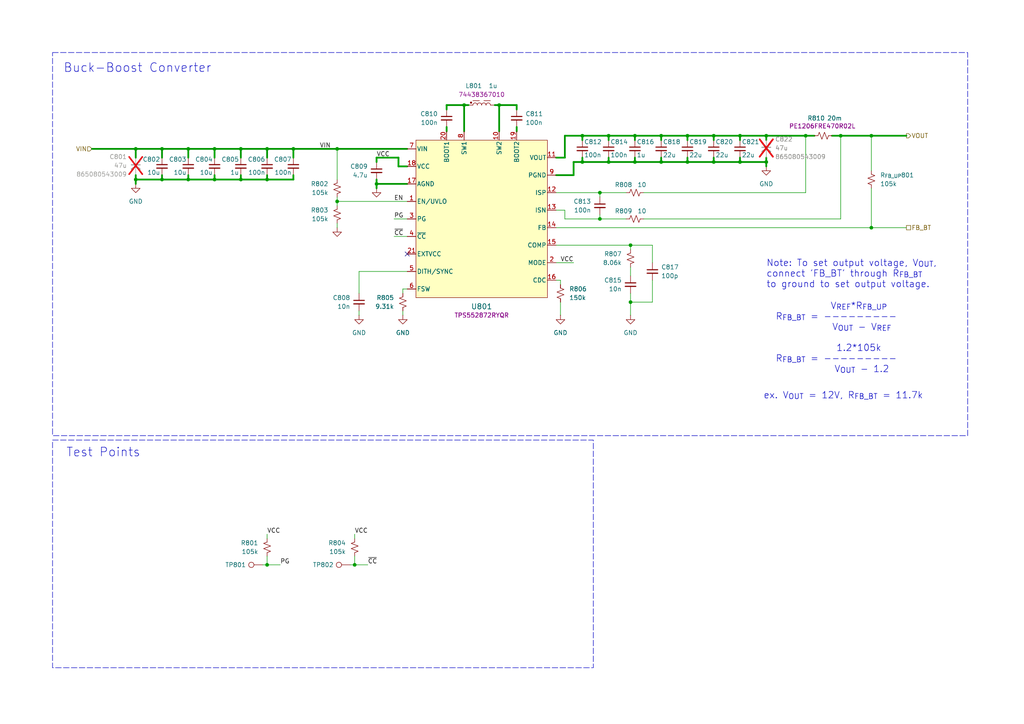
<source format=kicad_sch>
(kicad_sch (version 20250114) (generator "eeschema") (generator_version "9.0")
  (paper "A4")
  (lib_symbols
    (symbol "74438367010:74438367010" (pin_numbers (hide yes)) (pin_names (hide yes))
      (property "Reference" "L" (at 0.762 5.08 0))
      (property "Value" "1u" (at 6.604 5.08 0))
      (property "MPN" "74438367010" (at 3.81 3.048 0))
      (symbol "74438367010_0_1"
        (polyline (pts (xy 1.27 1.27) (xy 3.175 1.27)))
        (arc (start 1.27 0) (mid 1.905 0.635) (end 2.54 0))
        (arc (start 2.54 0) (mid 3.175 0.635) (end 3.81 0))
        (arc (start 3.81 0) (mid 4.445 0.635) (end 5.08 0))
        (arc (start 5.08 0) (mid 5.715 0.635) (end 6.35 0))
        (polyline (pts (xy 6.35 1.27) (xy 4.445 1.27)))
      )
      (symbol "74438367010_1_1"
        (circle (center 0.7386 0.7103) (radius 0.2216) (fill (type outline)))
        (pin passive line (at 0 0 0) (length 1.27) (name "") (number "1"))
        (pin passive line (at 7.62 0 180) (length 1.27) (name "") (number "2"))
      )
    )
    (symbol "865080543009:865080543009" (pin_numbers (hide yes)) (pin_names (hide yes))
      (property "Reference" "C" (at 0.762 4.572 0))
      (property "Value" "47u" (at 4.826 4.572 0))
      (property "MPN" "865080543009" (at 2.54 2.54 0))
      (symbol "865080543009_0_1"
        (arc (start 1.724 1.27) (mid 2.308 0) (end 1.724 -1.27) (stroke (width 0.3)))
        (polyline (pts (xy 2.3348 0) (xy 1.27 0)))
        (polyline (pts (xy 2.994 1.27) (xy 2.994 -1.27)) (stroke (width 0.3)))
        (polyline (pts (xy 3.81 0) (xy 2.9851 0)))
        (polyline (pts (xy 3.9915 -0.741) (xy 3.9915 -1.376)))
        (polyline (pts (xy 4.3096 -1.0452) (xy 3.6746 -1.0452)))
      )
      (symbol "865080543009_1_1"
        (pin passive line (at 0 0 0) (length 1.27) (name "") (number "2"))
        (pin passive line (at 5.08 0 180) (length 1.27) (name "") (number "1"))
      )
    )
    (symbol "Connector:TestPoint" (pin_numbers (hide yes)) (pin_names (offset 0.762) (hide yes))
      (property "Reference" "TP" (at 0 6.858 0))
      (property "Value" "TestPoint" (at 0 5.08 0))
      (symbol "TestPoint_0_1"
        (circle (center 0 3.302) (radius 0.762))
      )
      (symbol "TestPoint_1_1"
        (pin passive line (at 0 0 90) (length 2.54) (name "1") (number "1"))
      )
    )
    (symbol "Device:C_Small" (pin_numbers (hide yes)) (pin_names (offset 0.254) (hide yes))
      (property "Reference" "C" (at 0.254 1.778 0))
      (property "Value" "C_Small" (at 0.254 -2.032 0))
      (symbol "C_Small_0_1"
        (polyline (pts (xy -1.524 0.508) (xy 1.524 0.508)) (stroke (width 0.3048)))
        (polyline (pts (xy -1.524 -0.508) (xy 1.524 -0.508)) (stroke (width 0.3302)))
      )
      (symbol "C_Small_1_1"
        (pin passive line (at 0 2.54 270) (length 2.032) (name "~") (number "1"))
        (pin passive line (at 0 -2.54 90) (length 2.032) (name "~") (number "2"))
      )
    )
    (symbol "Device:R_Small_US" (pin_numbers (hide yes)) (pin_names (offset 0.254) (hide yes))
      (property "Reference" "R" (at 0.762 0.508 0))
      (property "Value" "R_Small_US" (at 0.762 -1.016 0))
      (symbol "R_Small_US_1_1"
        (polyline (pts (xy 0 1.524) (xy 1.016 1.143) (xy 0 0.762) (xy -1.016 0.381) (xy 0 0)))
        (polyline (pts (xy 0 0) (xy 1.016 -0.381) (xy 0 -0.762) (xy -1.016 -1.143) (xy 0 -1.524)))
        (pin passive line (at 0 2.54 270) (length 1.016) (name "~") (number "1"))
        (pin passive line (at 0 -2.54 90) (length 1.016) (name "~") (number "2"))
      )
    )
    (symbol "PE1206FRE470R02L:PE1206FRE470R02L" (pin_numbers (hide yes)) (pin_names (hide yes))
      (property "Reference" "R" (at 2.8575 4.7625 0))
      (property "Value" "20m" (at 3.1115 2.7305 0))
      (property "MPN" "PE1206FRE470R02L" (at 3.1115 -2.3495 0))
      (symbol "PE1206FRE470R02L_1_1"
        (polyline (pts (xy 1.016 0) (xy 1.397 1.016) (xy 1.778 0) (xy 2.159 -1.016) (xy 2.54 0)))
        (polyline (pts (xy 2.54 0) (xy 2.921 1.016) (xy 3.302 0) (xy 3.683 -1.016) (xy 4.064 0)))
        (pin passive line (at 0 0 0) (length 1.016) (name "~") (number "1"))
        (pin passive line (at 5.08 0 180) (length 1.016) (name "~") (number "2"))
      )
    )
    (symbol "TPS552872RYQR:TPS552872RYQR" (pin_names (offset 0.254))
      (property "Reference" "U" (at 21.082 -44.704 0))
      (property "MPN" "TPS552872RYQR" (at 21.336 -46.99 0))
      (symbol "TPS552872RYQR_0_1"
        (rectangle (start 2.54 2.54) (end 40.64 -43.18) (fill (type background)))
      )
      (symbol "TPS552872RYQR_1_1"
        (pin passive line (at 0 0 0) (length 2.54) (name "VIN") (number "7"))
        (pin passive line (at 0 -5.08 0) (length 2.54) (name "VCC") (number "18"))
        (pin passive line (at 0 -10.16 0) (length 2.54) (name "AGND") (number "17"))
        (pin passive line (at 0 -15.24 0) (length 2.54) (name "EN/UVLO") (number "1"))
        (pin passive line (at 0 -20.32 0) (length 2.54) (name "PG") (number "3"))
        (pin passive line (at 0 -25.4 0) (length 2.54) (name "~{CC}") (number "4"))
        (pin passive line (at 0 -30.48 0) (length 2.54) (name "EXTVCC") (number "21"))
        (pin passive line (at 0 -35.56 0) (length 2.54) (name "DITH/SYNC") (number "5"))
        (pin passive line (at 0 -40.64 0) (length 2.54) (name "FSW") (number "6"))
        (pin passive line (at 11.43 5.08 270) (length 2.54) (name "BOOT1") (number "20"))
        (pin passive line (at 16.51 5.08 270) (length 2.54) (name "SW1") (number "8"))
        (pin passive line (at 26.67 5.08 270) (length 2.54) (name "SW2") (number "10"))
        (pin passive line (at 31.75 5.08 270) (length 2.54) (name "BOOT2") (number "19"))
        (pin passive line (at 43.18 -2.54 180) (length 2.54) (name "VOUT") (number "11"))
        (pin passive line (at 43.18 -7.62 180) (length 2.54) (name "PGND") (number "9"))
        (pin passive line (at 43.18 -12.7 180) (length 2.54) (name "ISP") (number "12"))
        (pin passive line (at 43.18 -17.78 180) (length 2.54) (name "ISN") (number "13"))
        (pin passive line (at 43.18 -22.86 180) (length 2.54) (name "FB") (number "14"))
        (pin passive line (at 43.18 -27.94 180) (length 2.54) (name "COMP") (number "15"))
        (pin passive line (at 43.18 -33.02 180) (length 2.54) (name "MODE") (number "2"))
        (pin passive line (at 43.18 -38.1 180) (length 2.54) (name "CDC") (number "16"))
      )
    )
    (symbol "power:GND" (power) (pin_numbers (hide yes)) (pin_names (offset 0) (hide yes))
      (property "Value" "GND" (at 0 -3.81 0))
      (symbol "GND_0_1"
        (polyline (pts (xy 0 0) (xy 0 -1.27) (xy 1.27 -1.27) (xy 0 -2.54) (xy -1.27 -1.27) (xy 0 -1.27)))
      )
      (symbol "GND_1_1"
        (pin power_in line (at 0 0 270) (length 0) (name "~") (number "1"))
      )
    )
  )
  (rectangle (start 15.24 127.635) (end 172.085 193.675) (stroke (width 0) (type dash)))
  (rectangle (start 15.24 15.24) (end 280.67 126.365) (stroke (width 0) (type dash)))
  (text "Test Points" (at 29.972 131.318 0) (effects (font (size 2.54 2.54))))
  (text "Note: To set output voltage, V_{OUT}, \nconnect 'FB_BT' through R_{FB_BT} \nto ground to set output voltage." (at 222.25 79.502 0) (effects (font (size 1.905 1.905)) (justify left)))
  (text "          1.2*105k \nR_{FB_BT} = ---------\n		V_{OUT} - 1.2\n" (at 242.57 104.14 0) (effects (font (size 1.905 1.905))))
  (text "Buck-Boost Converter" (at 39.878 19.812 0) (effects (font (size 2.54 2.54))))
  (text "          V_{REF}*R_{FB_UP} \nR_{FB_BT} = ---------\n		V_{OUT} - V_{REF}\n" (at 242.57 91.948 0) (effects (font (size 1.905 1.905))))
  (text "ex. V_{OUT} = 12V, R_{FB_BT} = 11.7k" (at 244.602 114.808 0) (effects (font (size 1.905 1.905))))
  (junction (at 182.88 87.63))
  (junction (at 173.99 63.5))
  (junction (at 176.53 39.37))
  (junction (at 182.88 71.12))
  (junction (at 102.87 163.83))
  (junction (at 134.62 30.48))
  (junction (at 191.77 39.37))
  (junction (at 77.47 163.83))
  (junction (at 252.73 66.04))
  (junction (at 62.23 43.18))
  (junction (at 199.39 39.37))
  (junction (at 214.63 39.37))
  (junction (at 85.09 43.18))
  (junction (at 168.91 46.99))
  (junction (at 62.23 52.07))
  (junction (at 184.15 46.99))
  (junction (at 207.01 39.37))
  (junction (at 109.22 53.34))
  (junction (at 222.25 39.37))
  (junction (at 39.37 43.18))
  (junction (at 77.47 43.18))
  (junction (at 69.85 52.07))
  (junction (at 39.37 52.07))
  (junction (at 252.73 39.37))
  (junction (at 243.84 39.37))
  (junction (at 46.99 52.07))
  (junction (at 222.25 46.99))
  (junction (at 214.63 46.99))
  (junction (at 77.47 52.07))
  (junction (at 184.15 39.37))
  (junction (at 69.85 43.18))
  (junction (at 97.79 58.42))
  (junction (at 173.99 55.88))
  (junction (at 207.01 46.99))
  (junction (at 199.39 46.99))
  (junction (at 144.78 30.48))
  (junction (at 97.79 43.18))
  (junction (at 233.68 39.37))
  (junction (at 191.77 46.99))
  (junction (at 54.61 43.18))
  (junction (at 176.53 46.99))
  (junction (at 168.91 39.37))
  (junction (at 54.61 52.07))
  (junction (at 46.99 43.18))
  (no_connect (at 118.11 73.66))
  (wire (pts (xy 243.84 39.37) (xy 252.73 39.37)) (stroke (width 0.508)))
  (wire (pts (xy 163.83 63.5) (xy 173.99 63.5)))
  (wire (pts (xy 176.53 45.72) (xy 176.53 46.99)) (stroke (width 0.508)))
  (wire (pts (xy 134.62 30.48) (xy 135.89 30.48)) (stroke (width 0.508)))
  (wire (pts (xy 162.56 81.28) (xy 161.29 81.28)))
  (wire (pts (xy 54.61 43.18) (xy 54.61 45.72)) (stroke (width 0.508)))
  (wire (pts (xy 252.73 54.61) (xy 252.73 66.04)))
  (wire (pts (xy 252.73 39.37) (xy 262.89 39.37)) (stroke (width 0.508)))
  (wire (pts (xy 173.99 55.88) (xy 181.61 55.88)))
  (wire (pts (xy 46.99 43.18) (xy 46.99 45.72)) (stroke (width 0.508)))
  (wire (pts (xy 69.85 43.18) (xy 69.85 45.72)) (stroke (width 0.508)))
  (wire (pts (xy 189.23 76.2) (xy 189.23 71.12)))
  (wire (pts (xy 189.23 81.28) (xy 189.23 87.63)))
  (wire (pts (xy 77.47 52.07) (xy 85.09 52.07)) (stroke (width 0.508)))
  (wire (pts (xy 161.29 60.96) (xy 163.83 60.96)))
  (wire (pts (xy 149.86 36.83) (xy 149.86 38.1)) (stroke (width 0.508)))
  (wire (pts (xy 191.77 45.72) (xy 191.77 46.99)) (stroke (width 0.508)))
  (wire (pts (xy 162.56 87.63) (xy 162.56 91.44)))
  (wire (pts (xy 214.63 39.37) (xy 214.63 40.64)) (stroke (width 0.508)))
  (wire (pts (xy 109.22 45.72) (xy 115.57 45.72)) (stroke (width 0.508)))
  (wire (pts (xy 191.77 39.37) (xy 199.39 39.37)) (stroke (width 0.508)))
  (wire (pts (xy 118.11 78.74) (xy 104.14 78.74)))
  (wire (pts (xy 182.88 85.09) (xy 182.88 87.63)))
  (wire (pts (xy 115.57 45.72) (xy 115.57 48.26)) (stroke (width 0.508)))
  (wire (pts (xy 166.37 46.99) (xy 168.91 46.99)) (stroke (width 0.508)))
  (wire (pts (xy 173.99 63.5) (xy 173.99 62.23)))
  (wire (pts (xy 163.83 45.72) (xy 161.29 45.72)) (stroke (width 0.508)))
  (wire (pts (xy 129.54 36.83) (xy 129.54 38.1)) (stroke (width 0.508)))
  (wire (pts (xy 168.91 39.37) (xy 168.91 40.64)) (stroke (width 0.508)))
  (wire (pts (xy 184.15 39.37) (xy 184.15 40.64)) (stroke (width 0.508)))
  (wire (pts (xy 189.23 87.63) (xy 182.88 87.63)))
  (wire (pts (xy 62.23 43.18) (xy 69.85 43.18)) (stroke (width 0.508)))
  (wire (pts (xy 222.25 39.37) (xy 233.68 39.37)) (stroke (width 0.508)))
  (wire (pts (xy 116.84 90.17) (xy 116.84 91.44)))
  (wire (pts (xy 129.54 30.48) (xy 134.62 30.48)) (stroke (width 0.508)))
  (wire (pts (xy 69.85 52.07) (xy 77.47 52.07)) (stroke (width 0.508)))
  (wire (pts (xy 97.79 57.15) (xy 97.79 58.42)))
  (wire (pts (xy 77.47 161.29) (xy 77.47 163.83)))
  (wire (pts (xy 129.54 31.75) (xy 129.54 30.48)) (stroke (width 0.508)))
  (wire (pts (xy 54.61 43.18) (xy 62.23 43.18)) (stroke (width 0.508)))
  (wire (pts (xy 102.87 161.29) (xy 102.87 163.83)))
  (wire (pts (xy 184.15 39.37) (xy 191.77 39.37)) (stroke (width 0.508)))
  (wire (pts (xy 76.2 163.83) (xy 77.47 163.83)))
  (wire (pts (xy 176.53 39.37) (xy 184.15 39.37)) (stroke (width 0.508)))
  (wire (pts (xy 62.23 50.8) (xy 62.23 52.07)) (stroke (width 0.508)))
  (wire (pts (xy 199.39 39.37) (xy 207.01 39.37)) (stroke (width 0.508)))
  (wire (pts (xy 184.15 46.99) (xy 191.77 46.99)) (stroke (width 0.508)))
  (wire (pts (xy 69.85 50.8) (xy 69.85 52.07)) (stroke (width 0.508)))
  (wire (pts (xy 26.67 43.18) (xy 39.37 43.18)) (stroke (width 0.508)))
  (wire (pts (xy 161.29 55.88) (xy 173.99 55.88)))
  (wire (pts (xy 85.09 43.18) (xy 85.09 45.72)) (stroke (width 0.508)))
  (wire (pts (xy 114.3 63.5) (xy 118.11 63.5)))
  (wire (pts (xy 97.79 59.69) (xy 97.79 58.42)))
  (wire (pts (xy 104.14 90.17) (xy 104.14 91.44)))
  (wire (pts (xy 252.73 66.04) (xy 262.89 66.04)))
  (wire (pts (xy 176.53 46.99) (xy 184.15 46.99)) (stroke (width 0.508)))
  (wire (pts (xy 85.09 43.18) (xy 97.79 43.18)) (stroke (width 0.508)))
  (wire (pts (xy 173.99 55.88) (xy 173.99 57.15)))
  (wire (pts (xy 46.99 52.07) (xy 54.61 52.07)) (stroke (width 0.508)))
  (wire (pts (xy 77.47 163.83) (xy 81.28 163.83)))
  (wire (pts (xy 199.39 39.37) (xy 199.39 40.64)) (stroke (width 0.508)))
  (wire (pts (xy 54.61 52.07) (xy 62.23 52.07)) (stroke (width 0.508)))
  (wire (pts (xy 77.47 154.94) (xy 77.47 156.21)))
  (wire (pts (xy 118.11 83.82) (xy 116.84 83.82)))
  (wire (pts (xy 162.56 82.55) (xy 162.56 81.28)))
  (wire (pts (xy 184.15 45.72) (xy 184.15 46.99)) (stroke (width 0.508)))
  (wire (pts (xy 207.01 39.37) (xy 207.01 40.64)) (stroke (width 0.508)))
  (wire (pts (xy 163.83 39.37) (xy 168.91 39.37)) (stroke (width 0.508)))
  (wire (pts (xy 39.37 50.8) (xy 39.37 52.07)) (stroke (width 0.508)))
  (wire (pts (xy 39.37 52.07) (xy 46.99 52.07)) (stroke (width 0.508)))
  (wire (pts (xy 69.85 43.18) (xy 77.47 43.18)) (stroke (width 0.508)))
  (wire (pts (xy 161.29 66.04) (xy 252.73 66.04)))
  (wire (pts (xy 222.25 39.37) (xy 222.25 40.64)) (stroke (width 0.508)))
  (wire (pts (xy 109.22 53.34) (xy 118.11 53.34)) (stroke (width 0.508)))
  (wire (pts (xy 186.69 63.5) (xy 243.84 63.5)))
  (wire (pts (xy 46.99 50.8) (xy 46.99 52.07)) (stroke (width 0.508)))
  (wire (pts (xy 114.3 68.58) (xy 118.11 68.58)))
  (wire (pts (xy 97.79 64.77) (xy 97.79 66.04)))
  (wire (pts (xy 97.79 43.18) (xy 97.79 52.07)))
  (wire (pts (xy 109.22 45.72) (xy 109.22 46.99)) (stroke (width 0.508)))
  (wire (pts (xy 163.83 39.37) (xy 163.83 45.72)) (stroke (width 0.508)))
  (wire (pts (xy 115.57 48.26) (xy 118.11 48.26)) (stroke (width 0.508)))
  (wire (pts (xy 222.25 46.99) (xy 222.25 45.72)) (stroke (width 0.508)))
  (wire (pts (xy 77.47 43.18) (xy 77.47 45.72)) (stroke (width 0.508)))
  (wire (pts (xy 116.84 83.82) (xy 116.84 85.09)))
  (wire (pts (xy 168.91 45.72) (xy 168.91 46.99)) (stroke (width 0.508)))
  (wire (pts (xy 134.62 38.1) (xy 134.62 30.48)) (stroke (width 0.508)))
  (wire (pts (xy 182.88 71.12) (xy 182.88 72.39)))
  (wire (pts (xy 182.88 87.63) (xy 182.88 91.44)))
  (wire (pts (xy 163.83 60.96) (xy 163.83 63.5)))
  (wire (pts (xy 166.37 46.99) (xy 166.37 50.8)) (stroke (width 0.508)))
  (wire (pts (xy 39.37 52.07) (xy 39.37 53.34)) (stroke (width 0.508)))
  (wire (pts (xy 104.14 78.74) (xy 104.14 85.09)))
  (wire (pts (xy 109.22 53.34) (xy 109.22 54.61)) (stroke (width 0.508)))
  (wire (pts (xy 97.79 43.18) (xy 118.11 43.18)) (stroke (width 0.508)))
  (wire (pts (xy 189.23 71.12) (xy 182.88 71.12)))
  (wire (pts (xy 176.53 39.37) (xy 176.53 40.64)) (stroke (width 0.508)))
  (wire (pts (xy 222.25 46.99) (xy 222.25 48.26)) (stroke (width 0.508)))
  (wire (pts (xy 102.87 163.83) (xy 106.68 163.83)))
  (wire (pts (xy 149.86 30.48) (xy 149.86 31.75)) (stroke (width 0.508)))
  (wire (pts (xy 214.63 46.99) (xy 222.25 46.99)) (stroke (width 0.508)))
  (wire (pts (xy 97.79 58.42) (xy 118.11 58.42)))
  (wire (pts (xy 46.99 43.18) (xy 54.61 43.18)) (stroke (width 0.508)))
  (wire (pts (xy 168.91 46.99) (xy 176.53 46.99)) (stroke (width 0.508)))
  (wire (pts (xy 191.77 46.99) (xy 199.39 46.99)) (stroke (width 0.508)))
  (wire (pts (xy 173.99 63.5) (xy 181.61 63.5)))
  (wire (pts (xy 143.51 30.48) (xy 144.78 30.48)) (stroke (width 0.508)))
  (wire (pts (xy 85.09 52.07) (xy 85.09 50.8)) (stroke (width 0.508)))
  (wire (pts (xy 186.69 55.88) (xy 233.68 55.88)))
  (wire (pts (xy 214.63 45.72) (xy 214.63 46.99)) (stroke (width 0.508)))
  (wire (pts (xy 214.63 39.37) (xy 222.25 39.37)) (stroke (width 0.508)))
  (wire (pts (xy 199.39 46.99) (xy 207.01 46.99)) (stroke (width 0.508)))
  (wire (pts (xy 39.37 43.18) (xy 39.37 45.72)) (stroke (width 0.508)))
  (wire (pts (xy 166.37 50.8) (xy 161.29 50.8)) (stroke (width 0.508)))
  (wire (pts (xy 62.23 43.18) (xy 62.23 45.72)) (stroke (width 0.508)))
  (wire (pts (xy 77.47 43.18) (xy 85.09 43.18)) (stroke (width 0.508)))
  (wire (pts (xy 241.3 39.37) (xy 243.84 39.37)) (stroke (width 0.508)))
  (wire (pts (xy 243.84 39.37) (xy 243.84 63.5)))
  (wire (pts (xy 191.77 39.37) (xy 191.77 40.64)) (stroke (width 0.508)))
  (wire (pts (xy 207.01 39.37) (xy 214.63 39.37)) (stroke (width 0.508)))
  (wire (pts (xy 252.73 39.37) (xy 252.73 49.53)))
  (wire (pts (xy 102.87 154.94) (xy 102.87 156.21)))
  (wire (pts (xy 166.37 76.2) (xy 161.29 76.2)))
  (wire (pts (xy 101.6 163.83) (xy 102.87 163.83)))
  (wire (pts (xy 109.22 53.34) (xy 109.22 52.07)) (stroke (width 0.508)))
  (wire (pts (xy 144.78 30.48) (xy 149.86 30.48)) (stroke (width 0.508)))
  (wire (pts (xy 207.01 46.99) (xy 214.63 46.99)) (stroke (width 0.508)))
  (wire (pts (xy 144.78 30.48) (xy 144.78 38.1)) (stroke (width 0.508)))
  (wire (pts (xy 233.68 55.88) (xy 233.68 39.37)))
  (wire (pts (xy 54.61 50.8) (xy 54.61 52.07)) (stroke (width 0.508)))
  (wire (pts (xy 182.88 77.47) (xy 182.88 80.01)))
  (wire (pts (xy 77.47 50.8) (xy 77.47 52.07)) (stroke (width 0.508)))
  (wire (pts (xy 39.37 43.18) (xy 46.99 43.18)) (stroke (width 0.508)))
  (wire (pts (xy 207.01 45.72) (xy 207.01 46.99)) (stroke (width 0.508)))
  (wire (pts (xy 233.68 39.37) (xy 236.22 39.37)) (stroke (width 0.508)))
  (wire (pts (xy 168.91 39.37) (xy 176.53 39.37)) (stroke (width 0.508)))
  (wire (pts (xy 199.39 45.72) (xy 199.39 46.99)) (stroke (width 0.508)))
  (wire (pts (xy 62.23 52.07) (xy 69.85 52.07)) (stroke (width 0.508)))
  (wire (pts (xy 161.29 71.12) (xy 182.88 71.12)))
  (label "EN" (at 114.3 58.42 0))
  (label "VCC" (at 166.37 76.2 180))
  (label "~{CC}" (at 106.68 163.83 0))
  (label "PG" (at 114.3 63.5 0))
  (label "VIN" (at 92.71 43.18 0))
  (label "VCC" (at 109.22 45.72 0))
  (label "VCC" (at 77.47 154.94 0))
  (label "PG" (at 81.28 163.83 0))
  (label "~{CC}" (at 114.3 68.58 0))
  (label "VCC" (at 102.87 154.94 0))
  (hierarchical_label "FB_BT" (shape passive) (at 262.89 66.04 0))
  (hierarchical_label "VIN" (shape input) (at 26.67 43.18 180))
  (hierarchical_label "VOUT" (shape output) (at 262.89 39.37 0))
  (symbol (lib_id "Device:C_Small") (at 182.88 82.55 0) (mirror y) (unit 1)
    (property "Reference" "C715" (at 180.34 81.2862 0) (effects (justify left)))
    (property "Value" "10n" (at 180.34 83.8262 0) (effects (justify left)))
    (property "Footprint" "Capacitor_SMD:C_0603_1608Metric" (effects (hide yes)))
    (property "Description" "Unpolarized capacitor, small symbol" (effects (hide yes)))
    (instances (project "controller" (path "" (reference "C815") (unit 1)) (path "" (reference "C715") (unit 1))))
  )
  (symbol (lib_id "Device:R_Small_US") (at 97.79 54.61 0) (mirror y) (unit 1)
    (property "Reference" "R702" (at 95.25 53.3399 0) (effects (justify left)))
    (property "Value" "105k" (at 95.25 55.8799 0) (effects (justify left)))
    (property "Footprint" "Resistor_SMD:R_0603_1608Metric" (effects (hide yes)))
    (property "Description" "Resistor, small US symbol" (effects (hide yes)))
    (instances (project "controller" (path "" (reference "R802") (unit 1)) (path "" (reference "R702") (unit 1))))
  )
  (symbol (lib_id "power:GND") (at 39.37 53.34 0) (unit 1)
    (property "Reference" "#PWR0701" (effects (hide yes)))
    (property "Value" "GND" (at 39.37 58.42 0))
    (property "Description" "Power symbol creates a global label with name \"GND\" , ground" (effects (hide yes)))
    (instances (project "controller" (path "" (reference "#PWR0801") (unit 1)) (path "" (reference "#PWR0701") (unit 1))))
  )
  (symbol (lib_id "power:GND") (at 109.22 54.61 0) (unit 1)
    (property "Reference" "#PWR0704" (effects (hide yes)))
    (property "Value" "GND" (effects (hide yes)))
    (property "Description" "Power symbol creates a global label with name \"GND\" , ground" (effects (hide yes)))
    (instances (project "controller" (path "" (reference "#PWR0804") (unit 1)) (path "" (reference "#PWR0704") (unit 1))))
  )
  (symbol (lib_id "Device:R_Small_US") (at 184.15 63.5 270) (unit 1)
    (property "Reference" "R709" (at 180.848 61.214 90))
    (property "Value" "10" (at 186.182 61.214 90))
    (property "Footprint" "Resistor_SMD:R_0603_1608Metric" (effects (hide yes)))
    (property "Description" "Resistor, small US symbol" (effects (hide yes)))
    (instances (project "controller" (path "" (reference "R809") (unit 1)) (path "" (reference "R709") (unit 1))))
  )
  (symbol (lib_id "Device:C_Small") (at 189.23 78.74 0) (unit 1)
    (property "Reference" "C717" (at 191.77 77.4762 0) (effects (justify left)))
    (property "Value" "100p" (at 191.77 80.0162 0) (effects (justify left)))
    (property "Footprint" "Capacitor_SMD:C_0603_1608Metric" (effects (hide yes)))
    (property "Description" "Unpolarized capacitor, small symbol" (effects (hide yes)))
    (instances (project "controller" (path "" (reference "C817") (unit 1)) (path "" (reference "C717") (unit 1))))
  )
  (symbol (lib_id "865080543009:865080543009") (at 39.37 50.8 90) (unit 1) (dnp yes)
    (property "Reference" "C701" (at 36.83 45.4701 90) (effects (justify left)))
    (property "Value" "47u" (at 36.83 48.0101 90) (effects (justify left)))
    (property "Footprint" "865080543009:865080543009" (effects (hide yes)))
    (property "Datasheet" "https://www.we-online.com/components/products/datasheet/865080543009.pdf" (effects (hide yes)))
    (property "MPN" "865080543009" (at 36.83 50.5501 90) (effects (justify left)))
    (instances (project "controller" (path "" (reference "C801") (unit 1)) (path "" (reference "C701") (unit 1))))
  )
  (symbol (lib_id "Device:C_Small") (at 77.47 48.26 0) (mirror y) (unit 1)
    (property "Reference" "C706" (at 76.962 46.228 0) (effects (justify left)))
    (property "Value" "100n" (at 76.962 50.038 0) (effects (justify left)))
    (property "Footprint" "Capacitor_SMD:C_0603_1608Metric" (effects (hide yes)))
    (property "Description" "Unpolarized capacitor, small symbol" (effects (hide yes)))
    (instances (project "controller" (path "" (reference "C806") (unit 1)) (path "" (reference "C706") (unit 1))))
  )
  (symbol (lib_id "Device:C_Small") (at 104.14 87.63 0) (mirror y) (unit 1)
    (property "Reference" "C708" (at 101.6 86.3662 0) (effects (justify left)))
    (property "Value" "10n" (at 101.6 88.9062 0) (effects (justify left)))
    (property "Footprint" "Capacitor_SMD:C_0603_1608Metric" (effects (hide yes)))
    (property "Description" "Unpolarized capacitor, small symbol" (effects (hide yes)))
    (instances (project "controller" (path "" (reference "C808") (unit 1)) (path "" (reference "C708") (unit 1))))
  )
  (symbol (lib_id "Device:C_Small") (at 191.77 43.18 0) (unit 1)
    (property "Reference" "C718" (at 192.278 41.148 0) (effects (justify left)))
    (property "Value" "22u" (at 192.278 44.958 0) (effects (justify left)))
    (property "Footprint" "Capacitor_SMD:C_1206_3216Metric" (effects (hide yes)))
    (property "Description" "Unpolarized capacitor, small symbol" (effects (hide yes)))
    (instances (project "controller" (path "" (reference "C818") (unit 1)) (path "" (reference "C718") (unit 1))))
  )
  (symbol (lib_id "Device:C_Small") (at 85.09 48.26 0) (mirror y) (unit 1)
    (property "Reference" "C707" (at 84.582 46.228 0) (effects (justify left)))
    (property "Value" "100n" (at 84.582 50.038 0) (effects (justify left)))
    (property "Footprint" "Capacitor_SMD:C_0603_1608Metric" (effects (hide yes)))
    (property "Description" "Unpolarized capacitor, small symbol" (effects (hide yes)))
    (instances (project "controller" (path "" (reference "C807") (unit 1)) (path "" (reference "C707") (unit 1))))
  )
  (symbol (lib_id "TPS552872RYQR:TPS552872RYQR") (at 118.11 43.18 0) (unit 1)
    (property "Reference" "U701" (at 139.7 88.9 0) (effects (font (size 1.524 1.524))))
    (property "Footprint" "TPS552872RYQR:TPS552872RYQR" (effects (hide yes)))
    (property "Datasheet" "https://www.ti.com/lit/ds/symlink/tps552872.pdf?ts=1701344503514&ref_url=https%253A%252F%252Fwww.ti.com%252Fproduct%252FTPS552872" (effects (hide yes)))
    (property "Description" "Buck-Boost Switching Regulator IC Positive Adjustable 0.8V 1 Output 2.5A 21-PowerVFQFN" (effects (hide yes)))
    (property "MPN" "TPS552872RYQR" (at 139.7 91.44 0))
    (instances (project "controller" (path "" (reference "U801") (unit 1)) (path "" (reference "U701") (unit 1))))
  )
  (symbol (lib_id "power:GND") (at 116.84 91.44 0) (unit 1)
    (property "Reference" "#PWR0705" (effects (hide yes)))
    (property "Value" "GND" (at 116.84 96.52 0))
    (property "Description" "Power symbol creates a global label with name \"GND\" , ground" (effects (hide yes)))
    (instances (project "controller" (path "" (reference "#PWR0805") (unit 1)) (path "" (reference "#PWR0705") (unit 1))))
  )
  (symbol (lib_id "Device:C_Small") (at 109.22 49.53 0) (mirror y) (unit 1)
    (property "Reference" "C709" (at 106.68 48.2662 0) (effects (justify left)))
    (property "Value" "4.7u" (at 106.68 50.8062 0) (effects (justify left)))
    (property "Footprint" "Capacitor_SMD:C_0805_2012Metric" (effects (hide yes)))
    (property "Description" "Unpolarized capacitor, small symbol" (effects (hide yes)))
    (instances (project "controller" (path "" (reference "C809") (unit 1)) (path "" (reference "C709") (unit 1))))
  )
  (symbol (lib_id "Device:C_Small") (at 184.15 43.18 0) (unit 1)
    (property "Reference" "C716" (at 184.658 41.148 0) (effects (justify left)))
    (property "Value" "1u" (at 184.658 44.958 0) (effects (justify left)))
    (property "Footprint" "Capacitor_SMD:C_0603_1608Metric" (effects (hide yes)))
    (property "Description" "Unpolarized capacitor, small symbol" (effects (hide yes)))
    (instances (project "controller" (path "" (reference "C816") (unit 1)) (path "" (reference "C716") (unit 1))))
  )
  (symbol (lib_id "Device:C_Small") (at 176.53 43.18 0) (unit 1)
    (property "Reference" "C714" (at 177.038 41.148 0) (effects (justify left)))
    (property "Value" "100n" (at 177.038 44.958 0) (effects (justify left)))
    (property "Footprint" "Capacitor_SMD:C_0603_1608Metric" (effects (hide yes)))
    (property "Description" "Unpolarized capacitor, small symbol" (effects (hide yes)))
    (instances (project "controller" (path "" (reference "C814") (unit 1)) (path "" (reference "C714") (unit 1))))
  )
  (symbol (lib_id "Device:R_Small_US") (at 97.79 62.23 0) (mirror y) (unit 1)
    (property "Reference" "R703" (at 95.25 60.9599 0) (effects (justify left)))
    (property "Value" "105k" (at 95.25 63.4999 0) (effects (justify left)))
    (property "Footprint" "Resistor_SMD:R_0603_1608Metric" (effects (hide yes)))
    (property "Description" "Resistor, small US symbol" (effects (hide yes)))
    (instances (project "controller" (path "" (reference "R803") (unit 1)) (path "" (reference "R703") (unit 1))))
  )
  (symbol (lib_id "power:GND") (at 162.56 91.44 0) (unit 1)
    (property "Reference" "#PWR0706" (effects (hide yes)))
    (property "Value" "GND" (at 162.56 96.52 0))
    (property "Description" "Power symbol creates a global label with name \"GND\" , ground" (effects (hide yes)))
    (instances (project "controller" (path "" (reference "#PWR0806") (unit 1)) (path "" (reference "#PWR0706") (unit 1))))
  )
  (symbol (lib_id "power:GND") (at 97.79 66.04 0) (unit 1)
    (property "Reference" "#PWR0702" (effects (hide yes)))
    (property "Value" "GND" (effects (hide yes)))
    (property "Description" "Power symbol creates a global label with name \"GND\" , ground" (effects (hide yes)))
    (instances (project "controller" (path "" (reference "#PWR0802") (unit 1)) (path "" (reference "#PWR0702") (unit 1))))
  )
  (symbol (lib_id "Device:C_Small") (at 214.63 43.18 0) (unit 1)
    (property "Reference" "C721" (at 215.138 41.148 0) (effects (justify left)))
    (property "Value" "22u" (at 215.138 44.958 0) (effects (justify left)))
    (property "Footprint" "Capacitor_SMD:C_1206_3216Metric" (effects (hide yes)))
    (property "Description" "Unpolarized capacitor, small symbol" (effects (hide yes)))
    (instances (project "controller" (path "" (reference "C821") (unit 1)) (path "" (reference "C721") (unit 1))))
  )
  (symbol (lib_id "Device:C_Small") (at 168.91 43.18 0) (unit 1)
    (property "Reference" "C712" (at 169.418 41.148 0) (effects (justify left)))
    (property "Value" "100n" (at 169.418 44.958 0) (effects (justify left)))
    (property "Footprint" "Capacitor_SMD:C_0603_1608Metric" (effects (hide yes)))
    (property "Description" "Unpolarized capacitor, small symbol" (effects (hide yes)))
    (instances (project "controller" (path "" (reference "C812") (unit 1)) (path "" (reference "C712") (unit 1))))
  )
  (symbol (lib_id "Device:C_Small") (at 46.99 48.26 0) (mirror y) (unit 1)
    (property "Reference" "C702" (at 46.482 46.228 0) (effects (justify left)))
    (property "Value" "10u" (at 46.482 50.038 0) (effects (justify left)))
    (property "Footprint" "Capacitor_SMD:C_0805_2012Metric" (effects (hide yes)))
    (property "Description" "Unpolarized capacitor, small symbol" (effects (hide yes)))
    (instances (project "controller" (path "" (reference "C802") (unit 1)) (path "" (reference "C702") (unit 1))))
  )
  (symbol (lib_id "power:GND") (at 182.88 91.44 0) (unit 1)
    (property "Reference" "#PWR0707" (effects (hide yes)))
    (property "Value" "GND" (at 182.88 96.52 0))
    (property "Description" "Power symbol creates a global label with name \"GND\" , ground" (effects (hide yes)))
    (instances (project "controller" (path "" (reference "#PWR0807") (unit 1)) (path "" (reference "#PWR0707") (unit 1))))
  )
  (symbol (lib_id "Device:C_Small") (at 207.01 43.18 0) (unit 1)
    (property "Reference" "C720" (at 207.518 41.148 0) (effects (justify left)))
    (property "Value" "22u" (at 207.518 44.958 0) (effects (justify left)))
    (property "Footprint" "Capacitor_SMD:C_1206_3216Metric" (effects (hide yes)))
    (property "Description" "Unpolarized capacitor, small symbol" (effects (hide yes)))
    (instances (project "controller" (path "" (reference "C820") (unit 1)) (path "" (reference "C720") (unit 1))))
  )
  (symbol (lib_id "Device:R_Small_US") (at 184.15 55.88 270) (unit 1)
    (property "Reference" "R708" (at 180.848 53.594 90))
    (property "Value" "10" (at 186.182 53.594 90))
    (property "Footprint" "Resistor_SMD:R_0603_1608Metric" (effects (hide yes)))
    (property "Description" "Resistor, small US symbol" (effects (hide yes)))
    (instances (project "controller" (path "" (reference "R808") (unit 1)) (path "" (reference "R708") (unit 1))))
  )
  (symbol (lib_id "power:GND") (at 222.25 48.26 0) (unit 1)
    (property "Reference" "#PWR0708" (effects (hide yes)))
    (property "Value" "GND" (at 222.25 53.34 0))
    (property "Description" "Power symbol creates a global label with name \"GND\" , ground" (effects (hide yes)))
    (instances (project "controller" (path "" (reference "#PWR0808") (unit 1)) (path "" (reference "#PWR0708") (unit 1))))
  )
  (symbol (lib_id "PE1206FRE470R02L:PE1206FRE470R02L") (at 236.22 39.37 0) (unit 1)
    (property "Reference" "R710" (at 236.728 34.29 0))
    (property "Value" "20m" (at 242.062 34.29 0))
    (property "Footprint" "PE1206FRE470R02L:PE1206FRE470R02L" (effects (hide yes)))
    (property "Datasheet" "https://www.yageo.com/upload/media/product/app/datasheet/rchip/pyu-pe_521_rohs_l.pdf" (effects (hide yes)))
    (property "MPN" "PE1206FRE470R02L" (at 238.506 36.576 0))
    (instances (project "controller" (path "" (reference "R810") (unit 1)) (path "" (reference "R710") (unit 1))))
  )
  (symbol (lib_id "Device:C_Small") (at 129.54 34.29 0) (mirror y) (unit 1)
    (property "Reference" "C710" (at 127 33.0262 0) (effects (justify left)))
    (property "Value" "100n" (at 127 35.5662 0) (effects (justify left)))
    (property "Footprint" "Capacitor_SMD:C_0603_1608Metric" (effects (hide yes)))
    (property "Description" "Unpolarized capacitor, small symbol" (effects (hide yes)))
    (instances (project "controller" (path "" (reference "C810") (unit 1)) (path "" (reference "C710") (unit 1))))
  )
  (symbol (lib_id "Connector:TestPoint") (at 76.2 163.83 90) (unit 1)
    (property "Reference" "TP701" (at 71.374 163.83 90) (effects (justify left)))
    (property "Value" "TestPoint" (effects (hide yes)))
    (property "Footprint" "TestPoint:TestPoint_Pad_D1.0mm" (effects (hide yes)))
    (property "Description" "test point" (effects (hide yes)))
    (instances (project "controller" (path "" (reference "TP801") (unit 1)) (path "" (reference "TP701") (unit 1))))
  )
  (symbol (lib_id "Connector:TestPoint") (at 101.6 163.83 90) (unit 1)
    (property "Reference" "TP702" (at 96.774 163.83 90) (effects (justify left)))
    (property "Value" "TestPoint" (effects (hide yes)))
    (property "Footprint" "TestPoint:TestPoint_Pad_D1.0mm" (effects (hide yes)))
    (property "Description" "test point" (effects (hide yes)))
    (instances (project "controller" (path "" (reference "TP802") (unit 1)) (path "" (reference "TP702") (unit 1))))
  )
  (symbol (lib_id "Device:C_Small") (at 149.86 34.29 0) (unit 1)
    (property "Reference" "C711" (at 152.4 33.0262 0) (effects (justify left)))
    (property "Value" "100n" (at 152.4 35.5662 0) (effects (justify left)))
    (property "Footprint" "Capacitor_SMD:C_0603_1608Metric" (effects (hide yes)))
    (property "Description" "Unpolarized capacitor, small symbol" (effects (hide yes)))
    (instances (project "controller" (path "" (reference "C811") (unit 1)) (path "" (reference "C711") (unit 1))))
  )
  (symbol (lib_id "74438367010:74438367010") (at 135.89 30.48 0) (unit 1)
    (property "Reference" "L701" (at 137.414 24.892 0))
    (property "Value" "1u" (at 143.002 24.892 0))
    (property "Footprint" "74438367010:74438367010" (effects (hide yes)))
    (property "Datasheet" "https://www.we-online.com/catalog/datasheet/74438367010.pdf" (effects (hide yes)))
    (property "MPN" "74438367010" (at 139.7 27.432 0))
    (instances (project "controller" (path "" (reference "L801") (unit 1)) (path "" (reference "L701") (unit 1))))
  )
  (symbol (lib_id "Device:C_Small") (at 173.99 59.69 0) (mirror y) (unit 1)
    (property "Reference" "C713" (at 171.45 58.4262 0) (effects (justify left)))
    (property "Value" "100n" (at 171.45 60.9662 0) (effects (justify left)))
    (property "Footprint" "Capacitor_SMD:C_0603_1608Metric" (effects (hide yes)))
    (property "Description" "Unpolarized capacitor, small symbol" (effects (hide yes)))
    (instances (project "controller" (path "" (reference "C813") (unit 1)) (path "" (reference "C713") (unit 1))))
  )
  (symbol (lib_id "Device:R_Small_US") (at 252.73 52.07 180) (unit 1)
    (property "Reference" "R_{FB_UP}701" (at 255.27 50.7999 0) (effects (justify right)))
    (property "Value" "105k" (at 255.27 53.3399 0) (effects (justify right)))
    (property "Footprint" "Resistor_SMD:R_0603_1608Metric" (effects (hide yes)))
    (property "Description" "Resistor, small US symbol" (effects (hide yes)))
    (instances (project "controller" (path "" (reference "R_{FB_UP}801") (unit 1)) (path "" (reference "R_{FB_UP}701") (unit 1))))
  )
  (symbol (lib_id "power:GND") (at 104.14 91.44 0) (unit 1)
    (property "Reference" "#PWR0703" (effects (hide yes)))
    (property "Value" "GND" (at 104.14 96.52 0))
    (property "Description" "Power symbol creates a global label with name \"GND\" , ground" (effects (hide yes)))
    (instances (project "controller" (path "" (reference "#PWR0803") (unit 1)) (path "" (reference "#PWR0703") (unit 1))))
  )
  (symbol (lib_id "Device:R_Small_US") (at 116.84 87.63 0) (mirror y) (unit 1)
    (property "Reference" "R705" (at 114.3 86.3599 0) (effects (justify left)))
    (property "Value" "9.31k" (at 114.3 88.8999 0) (effects (justify left)))
    (property "Footprint" "Resistor_SMD:R_0603_1608Metric" (effects (hide yes)))
    (property "Description" "Resistor, small US symbol" (effects (hide yes)))
    (instances (project "controller" (path "" (reference "R805") (unit 1)) (path "" (reference "R705") (unit 1))))
  )
  (symbol (lib_id "Device:R_Small_US") (at 162.56 85.09 0) (unit 1)
    (property "Reference" "R706" (at 165.1 83.8199 0) (effects (justify left)))
    (property "Value" "150k" (at 165.1 86.3599 0) (effects (justify left)))
    (property "Footprint" "Resistor_SMD:R_0603_1608Metric" (effects (hide yes)))
    (property "Description" "Resistor, small US symbol" (effects (hide yes)))
    (instances (project "controller" (path "" (reference "R806") (unit 1)) (path "" (reference "R706") (unit 1))))
  )
  (symbol (lib_id "Device:C_Small") (at 54.61 48.26 0) (mirror y) (unit 1)
    (property "Reference" "C703" (at 54.102 46.228 0) (effects (justify left)))
    (property "Value" "10u" (at 54.102 50.038 0) (effects (justify left)))
    (property "Footprint" "Capacitor_SMD:C_0805_2012Metric" (effects (hide yes)))
    (property "Description" "Unpolarized capacitor, small symbol" (effects (hide yes)))
    (instances (project "controller" (path "" (reference "C803") (unit 1)) (path "" (reference "C703") (unit 1))))
  )
  (symbol (lib_id "Device:C_Small") (at 199.39 43.18 0) (unit 1)
    (property "Reference" "C719" (at 199.898 41.148 0) (effects (justify left)))
    (property "Value" "22u" (at 199.898 44.958 0) (effects (justify left)))
    (property "Footprint" "Capacitor_SMD:C_1206_3216Metric" (effects (hide yes)))
    (property "Description" "Unpolarized capacitor, small symbol" (effects (hide yes)))
    (instances (project "controller" (path "" (reference "C819") (unit 1)) (path "" (reference "C719") (unit 1))))
  )
  (symbol (lib_id "Device:R_Small_US") (at 102.87 158.75 0) (mirror y) (unit 1)
    (property "Reference" "R704" (at 100.33 157.4799 0) (effects (justify left)))
    (property "Value" "105k" (at 100.33 160.0199 0) (effects (justify left)))
    (property "Footprint" "Resistor_SMD:R_0603_1608Metric" (effects (hide yes)))
    (property "Description" "Resistor, small US symbol" (effects (hide yes)))
    (instances (project "controller" (path "" (reference "R804") (unit 1)) (path "" (reference "R704") (unit 1))))
  )
  (symbol (lib_id "Device:C_Small") (at 62.23 48.26 0) (mirror y) (unit 1)
    (property "Reference" "C704" (at 61.722 46.228 0) (effects (justify left)))
    (property "Value" "10u" (at 61.722 50.038 0) (effects (justify left)))
    (property "Footprint" "Capacitor_SMD:C_0805_2012Metric" (effects (hide yes)))
    (property "Description" "Unpolarized capacitor, small symbol" (effects (hide yes)))
    (instances (project "controller" (path "" (reference "C804") (unit 1)) (path "" (reference "C704") (unit 1))))
  )
  (symbol (lib_id "865080543009:865080543009") (at 222.25 45.72 90) (unit 1) (dnp yes)
    (property "Reference" "C722" (at 224.79 40.3901 90) (effects (justify right)))
    (property "Value" "47u" (at 224.79 42.9301 90) (effects (justify right)))
    (property "Footprint" "865080543009:865080543009" (effects (hide yes)))
    (property "Datasheet" "https://www.we-online.com/components/products/datasheet/865080543009.pdf" (effects (hide yes)))
    (property "MPN" "865080543009" (at 224.79 45.4701 90) (effects (justify right)))
    (instances (project "controller" (path "" (reference "C822") (unit 1)) (path "" (reference "C722") (unit 1))))
  )
  (symbol (lib_id "Device:R_Small_US") (at 77.47 158.75 0) (mirror y) (unit 1)
    (property "Reference" "R701" (at 74.93 157.4799 0) (effects (justify left)))
    (property "Value" "105k" (at 74.93 160.0199 0) (effects (justify left)))
    (property "Footprint" "Resistor_SMD:R_0603_1608Metric" (effects (hide yes)))
    (property "Description" "Resistor, small US symbol" (effects (hide yes)))
    (instances (project "controller" (path "" (reference "R801") (unit 1)) (path "" (reference "R701") (unit 1))))
  )
  (symbol (lib_id "Device:C_Small") (at 69.85 48.26 0) (mirror y) (unit 1)
    (property "Reference" "C705" (at 69.342 46.228 0) (effects (justify left)))
    (property "Value" "1u" (at 69.342 50.038 0) (effects (justify left)))
    (property "Footprint" "Capacitor_SMD:C_0603_1608Metric" (effects (hide yes)))
    (property "Description" "Unpolarized capacitor, small symbol" (effects (hide yes)))
    (instances (project "controller" (path "" (reference "C805") (unit 1)) (path "" (reference "C705") (unit 1))))
  )
  (symbol (lib_id "Device:R_Small_US") (at 182.88 74.93 0) (mirror y) (unit 1)
    (property "Reference" "R707" (at 180.34 73.6599 0) (effects (justify left)))
    (property "Value" "8.06k" (at 180.34 76.1999 0) (effects (justify left)))
    (property "Footprint" "Resistor_SMD:R_0603_1608Metric" (effects (hide yes)))
    (property "Description" "Resistor, small US symbol" (effects (hide yes)))
    (instances (project "controller" (path "" (reference "R807") (unit 1)) (path "" (reference "R707") (unit 1))))
  )
)
</source>
